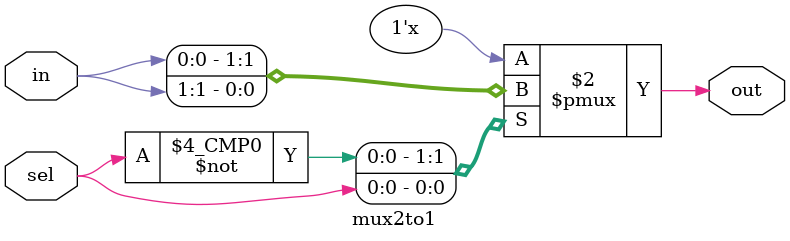
<source format=v>
`timescale 1ns / 1ps

module mux2to1(input [1:0] in,
					input sel,
					output reg out);
				always@(in or sel)
				begin
					case(sel)
						1'b0 : out = in[0];
						1'b1 : out = in[1];
					endcase
				end	


endmodule

</source>
